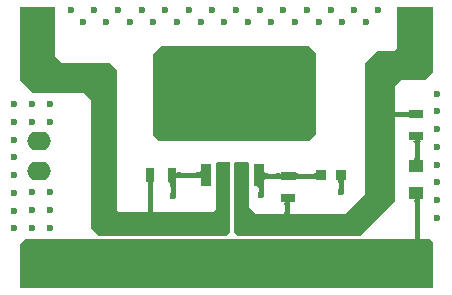
<source format=gtl>
G04*
G04 #@! TF.GenerationSoftware,Altium Limited,Altium Designer,22.3.1 (43)*
G04*
G04 Layer_Physical_Order=1*
G04 Layer_Color=255*
%FSLAX25Y25*%
%MOIN*%
G70*
G04*
G04 #@! TF.SameCoordinates,5170A01E-4387-43F3-8572-BE7CC5784F07*
G04*
G04*
G04 #@! TF.FilePolarity,Positive*
G04*
G01*
G75*
%ADD14R,0.12992X0.07874*%
%ADD15R,0.03504X0.07480*%
%ADD16R,0.05118X0.03150*%
%ADD17R,0.05118X0.04331*%
%ADD18R,0.03347X0.03347*%
%ADD19R,0.05118X0.03543*%
%ADD20R,0.03150X0.05118*%
%ADD30C,0.01500*%
%ADD31O,0.07874X0.06299*%
%ADD32R,0.11811X0.11811*%
%ADD33C,0.02362*%
G36*
X90354Y74409D02*
X92716Y72047D01*
Y45276D01*
X90354Y42913D01*
X40354D01*
X38386Y44882D01*
Y71653D01*
X41142Y74410D01*
X90354Y74409D01*
D02*
G37*
G36*
X127735Y42824D02*
X127608Y42779D01*
X127496Y42703D01*
X127398Y42597D01*
X127315Y42461D01*
X127248Y42295D01*
X127196Y42098D01*
X127158Y41871D01*
X127135Y41614D01*
X127128Y41327D01*
X125628D01*
X125620Y41614D01*
X125598Y41871D01*
X125560Y42098D01*
X125508Y42295D01*
X125441Y42461D01*
X125358Y42597D01*
X125260Y42703D01*
X125148Y42779D01*
X125021Y42824D01*
X124878Y42839D01*
X127878D01*
X127735Y42824D01*
D02*
G37*
G36*
X127135Y37815D02*
X127158Y37558D01*
X127196Y37331D01*
X127248Y37135D01*
X127315Y36968D01*
X127398Y36832D01*
X127496Y36726D01*
X127608Y36651D01*
X127735Y36605D01*
X127878Y36590D01*
X124878D01*
X125021Y36605D01*
X125148Y36651D01*
X125260Y36726D01*
X125358Y36832D01*
X125441Y36968D01*
X125508Y37135D01*
X125560Y37331D01*
X125598Y37558D01*
X125620Y37815D01*
X125628Y38102D01*
X127128D01*
X127135Y37815D01*
D02*
G37*
G36*
X54292Y30193D02*
X54277Y30335D01*
X54231Y30463D01*
X54156Y30575D01*
X54050Y30673D01*
X53914Y30755D01*
X53747Y30823D01*
X53551Y30875D01*
X53324Y30913D01*
X53067Y30935D01*
X52780Y30943D01*
Y32443D01*
X53067Y32450D01*
X53324Y32473D01*
X53551Y32510D01*
X53747Y32563D01*
X53914Y32630D01*
X54050Y32713D01*
X54156Y32810D01*
X54231Y32923D01*
X54277Y33050D01*
X54292Y33193D01*
Y30193D01*
D02*
G37*
G36*
X46349Y33050D02*
X46395Y32923D01*
X46470Y32810D01*
X46576Y32713D01*
X46712Y32630D01*
X46879Y32563D01*
X47075Y32510D01*
X47302Y32473D01*
X47559Y32450D01*
X47846Y32443D01*
Y30943D01*
X47559Y30935D01*
X47302Y30913D01*
X47075Y30875D01*
X46879Y30823D01*
X46712Y30755D01*
X46576Y30673D01*
X46470Y30575D01*
X46395Y30463D01*
X46349Y30335D01*
X46334Y30193D01*
Y33193D01*
X46349Y33050D01*
D02*
G37*
G36*
X92596Y29929D02*
X92581Y30037D01*
X92536Y30134D01*
X92461Y30219D01*
X92356Y30293D01*
X92221Y30356D01*
X92056Y30407D01*
X91861Y30447D01*
X91636Y30475D01*
X91381Y30492D01*
X91096Y30498D01*
Y31998D01*
X91383Y32005D01*
X91640Y32028D01*
X91866Y32065D01*
X92063Y32118D01*
X92229Y32185D01*
X92365Y32268D01*
X92471Y32365D01*
X92547Y32478D01*
X92593Y32605D01*
X92608Y32748D01*
X92596Y29929D01*
D02*
G37*
G36*
X80721Y29799D02*
X80706Y29942D01*
X80661Y30069D01*
X80586Y30182D01*
X80481Y30279D01*
X80346Y30362D01*
X80181Y30429D01*
X79986Y30482D01*
X79761Y30519D01*
X79506Y30542D01*
X79221Y30549D01*
Y32049D01*
X79506Y32057D01*
X79761Y32079D01*
X79986Y32117D01*
X80181Y32169D01*
X80346Y32237D01*
X80481Y32319D01*
X80586Y32417D01*
X80661Y32529D01*
X80706Y32657D01*
X80721Y32799D01*
Y29799D01*
D02*
G37*
G36*
X75491Y32657D02*
X75536Y32529D01*
X75611Y32417D01*
X75716Y32319D01*
X75851Y32237D01*
X76016Y32169D01*
X76211Y32117D01*
X76436Y32079D01*
X76691Y32057D01*
X76976Y32049D01*
Y30549D01*
X76691Y30542D01*
X76436Y30519D01*
X76211Y30482D01*
X76016Y30429D01*
X75851Y30362D01*
X75716Y30279D01*
X75611Y30182D01*
X75536Y30069D01*
X75491Y29942D01*
X75476Y29799D01*
Y32799D01*
X75491Y32657D01*
D02*
G37*
G36*
X85818Y32605D02*
X85863Y32478D01*
X85939Y32365D01*
X86045Y32268D01*
X86181Y32185D01*
X86347Y32118D01*
X86544Y32065D01*
X86770Y32028D01*
X87028Y32005D01*
X87315Y31998D01*
Y30498D01*
X87028Y30490D01*
X86770Y30468D01*
X86544Y30430D01*
X86347Y30378D01*
X86181Y30310D01*
X86045Y30228D01*
X85939Y30130D01*
X85863Y30018D01*
X85818Y29890D01*
X85803Y29748D01*
Y32748D01*
X85818Y32605D01*
D02*
G37*
G36*
X102342Y29926D02*
X102214Y29880D01*
X102102Y29805D01*
X102004Y29699D01*
X101922Y29563D01*
X101854Y29397D01*
X101802Y29200D01*
X101764Y28973D01*
X101742Y28716D01*
X101734Y28429D01*
X100234D01*
X100227Y28716D01*
X100204Y28973D01*
X100167Y29200D01*
X100114Y29397D01*
X100047Y29563D01*
X99964Y29699D01*
X99867Y29805D01*
X99754Y29880D01*
X99627Y29926D01*
X99484Y29941D01*
X102484D01*
X102342Y29926D01*
D02*
G37*
G36*
X46211Y29131D02*
X46089Y29086D01*
X45982Y29011D01*
X45889Y28906D01*
X45810Y28771D01*
X45746Y28606D01*
X45696Y28411D01*
X45660Y28186D01*
X45639Y27931D01*
X45632Y27646D01*
X44132D01*
X44124Y27931D01*
X44102Y28186D01*
X44064Y28411D01*
X44012Y28606D01*
X43944Y28771D01*
X43862Y28906D01*
X43764Y29011D01*
X43652Y29086D01*
X43524Y29131D01*
X43382Y29146D01*
X46346D01*
X46211Y29131D01*
D02*
G37*
G36*
X101735Y27373D02*
X101772Y26831D01*
X101783Y26785D01*
X101796Y26751D01*
X101811Y26729D01*
X100157D01*
X100172Y26751D01*
X100185Y26785D01*
X100197Y26831D01*
X100207Y26890D01*
X100222Y27045D01*
X100231Y27251D01*
X100234Y27507D01*
X101734D01*
X101735Y27373D01*
D02*
G37*
G36*
X75476Y27843D02*
X75416Y27828D01*
X75362Y27783D01*
X75315Y27708D01*
X75274Y27603D01*
X75239Y27468D01*
X75210Y27303D01*
X75188Y27108D01*
X75163Y26628D01*
X75160Y26343D01*
X73659D01*
X73652Y26629D01*
X73629Y26886D01*
X73592Y27112D01*
X73539Y27309D01*
X73472Y27475D01*
X73389Y27611D01*
X73292Y27717D01*
X73179Y27793D01*
X73052Y27839D01*
X72909Y27855D01*
X75476Y27843D01*
D02*
G37*
G36*
X127735Y23237D02*
X127608Y23192D01*
X127496Y23116D01*
X127398Y23010D01*
X127315Y22874D01*
X127248Y22708D01*
X127196Y22512D01*
X127158Y22285D01*
X127135Y22028D01*
X127128Y21740D01*
X125628D01*
X125620Y22028D01*
X125598Y22285D01*
X125560Y22512D01*
X125508Y22708D01*
X125441Y22874D01*
X125358Y23010D01*
X125260Y23116D01*
X125148Y23192D01*
X125021Y23237D01*
X124878Y23252D01*
X127878D01*
X127735Y23237D01*
D02*
G37*
G36*
X84391Y22253D02*
X84263Y22208D01*
X84151Y22132D01*
X84053Y22026D01*
X83971Y21890D01*
X83903Y21724D01*
X83851Y21527D01*
X83814Y21300D01*
X83791Y21043D01*
X83784Y20756D01*
X82284D01*
X82276Y21043D01*
X82253Y21300D01*
X82216Y21527D01*
X82164Y21724D01*
X82096Y21890D01*
X82013Y22026D01*
X81916Y22132D01*
X81804Y22208D01*
X81676Y22253D01*
X81533Y22268D01*
X84534D01*
X84391Y22253D01*
D02*
G37*
G36*
X131595Y65945D02*
X129035Y63386D01*
X120965Y63386D01*
X118898Y61319D01*
Y22638D01*
X107382Y11122D01*
X66831D01*
X65453Y12500D01*
Y35531D01*
X65748Y35827D01*
X70079D01*
X70374Y35531D01*
Y20866D01*
X72638Y18602D01*
X102461D01*
X108957Y25098D01*
Y68799D01*
X113091Y72933D01*
X118898D01*
X119783Y73819D01*
Y87402D01*
X131595D01*
Y65945D01*
D02*
G37*
G36*
X5709Y71358D02*
X8071Y68996D01*
X24114D01*
X26476Y66634D01*
Y19783D01*
X27067Y19193D01*
X58465D01*
X59252Y19980D01*
Y24705D01*
Y35335D01*
X59744Y35827D01*
X63878D01*
X63976Y35728D01*
Y24705D01*
Y12500D01*
X62795Y11319D01*
X20374D01*
X17717Y13976D01*
Y56595D01*
X15453Y58858D01*
X-1870D01*
X-6102Y63090D01*
Y87402D01*
X5709D01*
Y71358D01*
D02*
G37*
G36*
X131693Y9055D02*
Y-6102D01*
X-5906D01*
Y8661D01*
X-4331Y10236D01*
X130512D01*
X131693Y9055D01*
D02*
G37*
D14*
X64878Y55587D02*
D03*
D15*
X73736Y31571D02*
D03*
X67831D02*
D03*
X61925D02*
D03*
X56020D02*
D03*
D16*
X125886Y44390D02*
D03*
Y51870D02*
D03*
X83268Y31299D02*
D03*
Y23819D02*
D03*
D17*
X125886Y25394D02*
D03*
Y34449D02*
D03*
D18*
X100951Y31590D02*
D03*
X94258D02*
D03*
D19*
X57827Y8472D02*
D03*
Y13590D02*
D03*
X69980Y7972D02*
D03*
Y13091D02*
D03*
X78980Y13091D02*
D03*
Y7972D02*
D03*
X41327Y13591D02*
D03*
Y8472D02*
D03*
X49827Y13591D02*
D03*
Y8472D02*
D03*
D20*
X44783Y31693D02*
D03*
X37303D02*
D03*
D30*
X125689Y69611D02*
G03*
X125984Y68898I1008J0D01*
G01*
X121232Y66929D02*
G03*
X125984Y68898I0J6721D01*
G01*
X117533Y64383D02*
G03*
X116142Y61024I3361J-3359D01*
G01*
X117534Y64384D02*
G03*
X117533Y64383I3360J-3360D01*
G01*
X74008Y31299D02*
X83268D01*
X74008D02*
X74410Y30898D01*
X73736Y31571D02*
X74008Y31299D01*
X44783Y31693D02*
X55898D01*
X56020Y31571D01*
X74410Y25000D02*
Y30898D01*
X37303Y17614D02*
X41327Y13591D01*
Y15268D01*
X37303Y17614D02*
Y31693D01*
X125689Y69611D02*
Y81496D01*
X120079Y66929D02*
X121232D01*
X117534Y64384D02*
X120079Y66929D01*
X117533Y64383D02*
X117534Y64384D01*
X116142Y51181D02*
Y61024D01*
Y51181D02*
X116831Y51870D01*
X100984Y25886D02*
Y31556D01*
X100951Y31590D02*
X100984Y31556D01*
X44783Y31693D02*
X44882Y31594D01*
Y24409D02*
Y31594D01*
X126378Y34941D02*
Y43898D01*
X125886Y34449D02*
X126378Y34941D01*
X125886Y44390D02*
X126378Y43898D01*
Y689D02*
Y24902D01*
X125886Y25394D02*
X126378Y24902D01*
X125689Y0D02*
X126378Y689D01*
X116831Y51870D02*
X125886D01*
X83034Y19305D02*
Y23585D01*
X83268Y23819D01*
X82579Y18850D02*
X83034Y19305D01*
X82579Y16732D02*
Y18850D01*
X78980Y13134D02*
X82579Y16732D01*
X78980Y13091D02*
Y13134D01*
X83319Y31248D02*
X93915D01*
X83268Y31299D02*
X83319Y31248D01*
X93915D02*
X94258Y31590D01*
D31*
X197Y32913D02*
D03*
Y42913D02*
D03*
D32*
X-197Y81496D02*
D03*
X0Y0D02*
D03*
X125689D02*
D03*
Y81496D02*
D03*
D33*
X133169Y58661D02*
D03*
Y52756D02*
D03*
Y46850D02*
D03*
Y40945D02*
D03*
Y35039D02*
D03*
Y29134D02*
D03*
Y23228D02*
D03*
Y17323D02*
D03*
X3937Y13780D02*
D03*
X-1969D02*
D03*
X-1963Y25817D02*
D03*
X3942D02*
D03*
X-1963Y19911D02*
D03*
X3942D02*
D03*
X-7874Y13780D02*
D03*
Y19685D02*
D03*
Y25591D02*
D03*
Y31496D02*
D03*
Y37402D02*
D03*
Y43307D02*
D03*
Y49213D02*
D03*
Y55118D02*
D03*
X3937Y49213D02*
D03*
X-1969D02*
D03*
X3937Y55118D02*
D03*
X-1969D02*
D03*
X96653Y-4331D02*
D03*
X92716Y-394D02*
D03*
X88779Y3543D02*
D03*
X80905D02*
D03*
X84842Y-394D02*
D03*
X88779Y-4331D02*
D03*
X73032Y3543D02*
D03*
X33661D02*
D03*
X41535D02*
D03*
X49409D02*
D03*
X57284D02*
D03*
X65158D02*
D03*
X76968Y-394D02*
D03*
X69095D02*
D03*
X61221D02*
D03*
X53347D02*
D03*
X45472D02*
D03*
X37598D02*
D03*
X29724D02*
D03*
X80905Y-4331D02*
D03*
X73032D02*
D03*
X65158D02*
D03*
X57284D02*
D03*
X49409D02*
D03*
X41535D02*
D03*
X33661D02*
D03*
X25787D02*
D03*
X100984Y25886D02*
D03*
X74410Y25000D02*
D03*
X44882Y24409D02*
D03*
X14862Y82480D02*
D03*
X22736D02*
D03*
X30610D02*
D03*
X38484D02*
D03*
X46358D02*
D03*
X54232D02*
D03*
X62106D02*
D03*
X69980D02*
D03*
X77854D02*
D03*
X85728D02*
D03*
X93602D02*
D03*
X101476D02*
D03*
X109350D02*
D03*
X113287Y86417D02*
D03*
X105413D02*
D03*
X97539D02*
D03*
X89665D02*
D03*
X81791D02*
D03*
X73917D02*
D03*
X66043D02*
D03*
X58169D02*
D03*
X50295D02*
D03*
X42421D02*
D03*
X34547D02*
D03*
X26673D02*
D03*
X18799D02*
D03*
X10925D02*
D03*
X88779Y46850D02*
D03*
Y54724D02*
D03*
Y62598D02*
D03*
Y70472D02*
D03*
X80905Y62598D02*
D03*
Y54724D02*
D03*
Y46850D02*
D03*
X73032D02*
D03*
Y54724D02*
D03*
Y62598D02*
D03*
X65158D02*
D03*
Y54724D02*
D03*
Y46850D02*
D03*
X57284D02*
D03*
Y54724D02*
D03*
Y62598D02*
D03*
X49409Y46850D02*
D03*
Y54724D02*
D03*
Y62598D02*
D03*
X41535Y46850D02*
D03*
Y54724D02*
D03*
Y62598D02*
D03*
X80905Y70472D02*
D03*
X73032D02*
D03*
X65158D02*
D03*
X57284D02*
D03*
X49409D02*
D03*
X41535D02*
D03*
M02*

</source>
